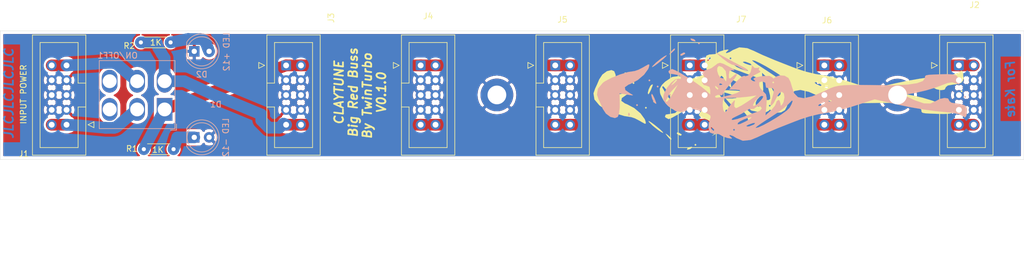
<source format=kicad_pcb>
(kicad_pcb (version 20171130) (host pcbnew "(5.1.7)-1")
  (layers (0 F.Cu signal) (31 B.Cu signal) (34 B.Paste user) (35 F.Paste user) (36 B.SilkS user) (37 F.SilkS user) (38 B.Mask user) (39 F.Mask user) (44 Edge.Cuts user))
  (net 0 "")
  (net 1 "Net-(D1-Pad1)")
  (net 2 GND)
  (net 3 "Net-(D2-Pad2)")
  (net 4 -12)
  (net 5 +12)
  (net 6 +12s)
  (net 7 -12s)
  (net 8 "Net-(ON/OFF1-Pad3)")
  (net 9 "Net-(ON/OFF1-Pad6)")
  (module ROBSLIBRARY:Girl7 (layer F.Cu) (at 229.57 146.73 90)
    (fp_text reference GIJO hide)
    (fp_text value LOGO hide)
  )
  (module ROBSLIBRARY:Girl7 (layer B.Cu) (at 230.17 147.33 270)
    (fp_text reference GIJO1 hide)
    (fp_text value LOGO hide)
  )
  (module MountingHole:MountingHole_3.2mm_M3_DIN965_Pad (layer F.Cu) (at 181.35 147.18)
    (fp_text reference H2 hide)
    (fp_text value MountingHole_Pad)
    (pad 1 thru_hole circle (at 0 0) (size 5.6 5.6) (drill 3.2) (layers *.Cu *.Mask) (net 2 GND))
  )
  (module MountingHole:MountingHole_3.2mm_M3_DIN965_Pad (layer F.Cu) (at 249.84 147.2)
    (fp_text reference H1 hide)
    (fp_text value MountingHole_Pad)
    (pad 1 thru_hole circle (at 0 0) (size 5.6 5.6) (drill 3.2) (layers *.Cu *.Mask) (net 2 GND))
  )
  (module LED_THT:LED_D5.0mm (layer B.Cu) (at 129.62 154.444)
    (fp_text reference D1 (at 3.7 -5.644) (layer B.SilkS) (effects (justify mirror)))
    (fp_text value "LED -12" (at 5.39 0.016 90) (layer B.SilkS) (effects (justify mirror)))
    (pad 1 thru_hole rect (at 0 0) (size 1.8 1.8) (drill 0.9) (layers *.Cu *.Mask) (net 1 "Net-(D1-Pad1)"))
    (pad 2 thru_hole circle (at 2.54 0) (size 1.8 1.8) (drill 0.9) (layers *.Cu *.Mask) (net 2 GND))
  )
  (module LED_THT:LED_D5.0mm (layer B.Cu) (at 129.62 139.712)
    (fp_text reference D2 (at 1.27 3.96) (layer B.SilkS) (effects (justify mirror)))
    (fp_text value "LED +12" (at 5.51 0.088 90) (layer B.SilkS) (effects (justify mirror)))
    (pad 2 thru_hole circle (at 2.54 0) (size 1.8 1.8) (drill 0.9) (layers *.Cu *.Mask) (net 3 "Net-(D2-Pad2)"))
    (pad 1 thru_hole rect (at 0 0) (size 1.8 1.8) (drill 0.9) (layers *.Cu *.Mask) (net 2 GND))
  )
  (module Connector_IDC:IDC-Header_2x05_P2.54mm_Vertical (layer F.Cu) (at 107.79 152.28 180)
    (fp_text reference J1 (at 7.31 -4.99) (layer F.SilkS))
    (fp_text value "INPUT POWER" (at 7.366 5.202 90) (layer F.SilkS))
    (pad 1 thru_hole roundrect (at 0 0 180) (size 1.7 1.7) (drill 1) (layers *.Cu *.Mask) (roundrect_rratio 0.1470588235294118) (net 4 -12))
    (pad 3 thru_hole circle (at 0 2.54 180) (size 1.7 1.7) (drill 1) (layers *.Cu *.Mask) (net 2 GND))
    (pad 5 thru_hole circle (at 0 5.08 180) (size 1.7 1.7) (drill 1) (layers *.Cu *.Mask) (net 2 GND))
    (pad 7 thru_hole circle (at 0 7.62 180) (size 1.7 1.7) (drill 1) (layers *.Cu *.Mask) (net 2 GND))
    (pad 9 thru_hole circle (at 0 10.16 180) (size 1.7 1.7) (drill 1) (layers *.Cu *.Mask) (net 5 +12))
    (pad 2 thru_hole circle (at 2.54 0 180) (size 1.7 1.7) (drill 1) (layers *.Cu *.Mask) (net 4 -12))
    (pad 4 thru_hole circle (at 2.54 2.54 180) (size 1.7 1.7) (drill 1) (layers *.Cu *.Mask) (net 2 GND))
    (pad 6 thru_hole circle (at 2.54 5.08 180) (size 1.7 1.7) (drill 1) (layers *.Cu *.Mask) (net 2 GND))
    (pad 8 thru_hole circle (at 2.54 7.62 180) (size 1.7 1.7) (drill 1) (layers *.Cu *.Mask) (net 2 GND))
    (pad 10 thru_hole circle (at 2.54 10.16 180) (size 1.7 1.7) (drill 1) (layers *.Cu *.Mask) (net 5 +12))
  )
  (module Connector_IDC:IDC-Header_2x05_P2.54mm_Vertical (layer F.Cu) (at 260.32 142.12)
    (fp_text reference J2 (at 2.68 -10.35) (layer F.SilkS))
    (fp_text value Conn_02x05_Odd_Even)
    (pad 10 thru_hole circle (at 2.54 10.16) (size 1.7 1.7) (drill 1) (layers *.Cu *.Mask) (net 6 +12s))
    (pad 8 thru_hole circle (at 2.54 7.62) (size 1.7 1.7) (drill 1) (layers *.Cu *.Mask) (net 2 GND))
    (pad 6 thru_hole circle (at 2.54 5.08) (size 1.7 1.7) (drill 1) (layers *.Cu *.Mask) (net 2 GND))
    (pad 4 thru_hole circle (at 2.54 2.54) (size 1.7 1.7) (drill 1) (layers *.Cu *.Mask) (net 2 GND))
    (pad 2 thru_hole circle (at 2.54 0) (size 1.7 1.7) (drill 1) (layers *.Cu *.Mask) (net 7 -12s))
    (pad 9 thru_hole circle (at 0 10.16) (size 1.7 1.7) (drill 1) (layers *.Cu *.Mask) (net 6 +12s))
    (pad 7 thru_hole circle (at 0 7.62) (size 1.7 1.7) (drill 1) (layers *.Cu *.Mask) (net 2 GND))
    (pad 5 thru_hole circle (at 0 5.08) (size 1.7 1.7) (drill 1) (layers *.Cu *.Mask) (net 2 GND))
    (pad 3 thru_hole circle (at 0 2.54) (size 1.7 1.7) (drill 1) (layers *.Cu *.Mask) (net 2 GND))
    (pad 1 thru_hole roundrect (at 0 0) (size 1.7 1.7) (drill 1) (layers *.Cu *.Mask) (roundrect_rratio 0.1470588235294118) (net 7 -12s))
  )
  (module Connector_IDC:IDC-Header_2x05_P2.54mm_Vertical (layer F.Cu) (at 145.32 142.12)
    (fp_text reference J3 (at 7.69 -8.13 90) (layer F.SilkS))
    (fp_text value Conn_02x05_Odd_Even)
    (pad 1 thru_hole roundrect (at 0 0) (size 1.7 1.7) (drill 1) (layers *.Cu *.Mask) (roundrect_rratio 0.1470588235294118) (net 7 -12s))
    (pad 3 thru_hole circle (at 0 2.54) (size 1.7 1.7) (drill 1) (layers *.Cu *.Mask) (net 2 GND))
    (pad 5 thru_hole circle (at 0 5.08) (size 1.7 1.7) (drill 1) (layers *.Cu *.Mask) (net 2 GND))
    (pad 7 thru_hole circle (at 0 7.62) (size 1.7 1.7) (drill 1) (layers *.Cu *.Mask) (net 2 GND))
    (pad 9 thru_hole circle (at 0 10.16) (size 1.7 1.7) (drill 1) (layers *.Cu *.Mask) (net 6 +12s))
    (pad 2 thru_hole circle (at 2.54 0) (size 1.7 1.7) (drill 1) (layers *.Cu *.Mask) (net 7 -12s))
    (pad 4 thru_hole circle (at 2.54 2.54) (size 1.7 1.7) (drill 1) (layers *.Cu *.Mask) (net 2 GND))
    (pad 6 thru_hole circle (at 2.54 5.08) (size 1.7 1.7) (drill 1) (layers *.Cu *.Mask) (net 2 GND))
    (pad 8 thru_hole circle (at 2.54 7.62) (size 1.7 1.7) (drill 1) (layers *.Cu *.Mask) (net 2 GND))
    (pad 10 thru_hole circle (at 2.54 10.16) (size 1.7 1.7) (drill 1) (layers *.Cu *.Mask) (net 6 +12s))
  )
  (module Connector_IDC:IDC-Header_2x05_P2.54mm_Vertical (layer F.Cu) (at 168.32 142.12)
    (fp_text reference J4 (at 1.28 -8.43) (layer F.SilkS))
    (fp_text value Conn_02x05_Odd_Even)
    (pad 10 thru_hole circle (at 2.54 10.16) (size 1.7 1.7) (drill 1) (layers *.Cu *.Mask) (net 6 +12s))
    (pad 8 thru_hole circle (at 2.54 7.62) (size 1.7 1.7) (drill 1) (layers *.Cu *.Mask) (net 2 GND))
    (pad 6 thru_hole circle (at 2.54 5.08) (size 1.7 1.7) (drill 1) (layers *.Cu *.Mask) (net 2 GND))
    (pad 4 thru_hole circle (at 2.54 2.54) (size 1.7 1.7) (drill 1) (layers *.Cu *.Mask) (net 2 GND))
    (pad 2 thru_hole circle (at 2.54 0) (size 1.7 1.7) (drill 1) (layers *.Cu *.Mask) (net 7 -12s))
    (pad 9 thru_hole circle (at 0 10.16) (size 1.7 1.7) (drill 1) (layers *.Cu *.Mask) (net 6 +12s))
    (pad 7 thru_hole circle (at 0 7.62) (size 1.7 1.7) (drill 1) (layers *.Cu *.Mask) (net 2 GND))
    (pad 5 thru_hole circle (at 0 5.08) (size 1.7 1.7) (drill 1) (layers *.Cu *.Mask) (net 2 GND))
    (pad 3 thru_hole circle (at 0 2.54) (size 1.7 1.7) (drill 1) (layers *.Cu *.Mask) (net 2 GND))
    (pad 1 thru_hole roundrect (at 0 0) (size 1.7 1.7) (drill 1) (layers *.Cu *.Mask) (roundrect_rratio 0.1470588235294118) (net 7 -12s))
  )
  (module Connector_IDC:IDC-Header_2x05_P2.54mm_Vertical (layer F.Cu) (at 191.32 142.12)
    (fp_text reference J5 (at 1.24 -7.84) (layer F.SilkS))
    (fp_text value Conn_02x05_Odd_Even)
    (pad 1 thru_hole roundrect (at 0 0) (size 1.7 1.7) (drill 1) (layers *.Cu *.Mask) (roundrect_rratio 0.1470588235294118) (net 7 -12s))
    (pad 3 thru_hole circle (at 0 2.54) (size 1.7 1.7) (drill 1) (layers *.Cu *.Mask) (net 2 GND))
    (pad 5 thru_hole circle (at 0 5.08) (size 1.7 1.7) (drill 1) (layers *.Cu *.Mask) (net 2 GND))
    (pad 7 thru_hole circle (at 0 7.62) (size 1.7 1.7) (drill 1) (layers *.Cu *.Mask) (net 2 GND))
    (pad 9 thru_hole circle (at 0 10.16) (size 1.7 1.7) (drill 1) (layers *.Cu *.Mask) (net 6 +12s))
    (pad 2 thru_hole circle (at 2.54 0) (size 1.7 1.7) (drill 1) (layers *.Cu *.Mask) (net 7 -12s))
    (pad 4 thru_hole circle (at 2.54 2.54) (size 1.7 1.7) (drill 1) (layers *.Cu *.Mask) (net 2 GND))
    (pad 6 thru_hole circle (at 2.54 5.08) (size 1.7 1.7) (drill 1) (layers *.Cu *.Mask) (net 2 GND))
    (pad 8 thru_hole circle (at 2.54 7.62) (size 1.7 1.7) (drill 1) (layers *.Cu *.Mask) (net 2 GND))
    (pad 10 thru_hole circle (at 2.54 10.16) (size 1.7 1.7) (drill 1) (layers *.Cu *.Mask) (net 6 +12s))
  )
  (module Connector_IDC:IDC-Header_2x05_P2.54mm_Vertical (layer F.Cu) (at 237.32 142.12)
    (fp_text reference J6 (at 0.46 -7.71) (layer F.SilkS))
    (fp_text value Conn_02x05_Odd_Even)
    (pad 10 thru_hole circle (at 2.54 10.16) (size 1.7 1.7) (drill 1) (layers *.Cu *.Mask) (net 6 +12s))
    (pad 8 thru_hole circle (at 2.54 7.62) (size 1.7 1.7) (drill 1) (layers *.Cu *.Mask) (net 2 GND))
    (pad 6 thru_hole circle (at 2.54 5.08) (size 1.7 1.7) (drill 1) (layers *.Cu *.Mask) (net 2 GND))
    (pad 4 thru_hole circle (at 2.54 2.54) (size 1.7 1.7) (drill 1) (layers *.Cu *.Mask) (net 2 GND))
    (pad 2 thru_hole circle (at 2.54 0) (size 1.7 1.7) (drill 1) (layers *.Cu *.Mask) (net 7 -12s))
    (pad 9 thru_hole circle (at 0 10.16) (size 1.7 1.7) (drill 1) (layers *.Cu *.Mask) (net 6 +12s))
    (pad 7 thru_hole circle (at 0 7.62) (size 1.7 1.7) (drill 1) (layers *.Cu *.Mask) (net 2 GND))
    (pad 5 thru_hole circle (at 0 5.08) (size 1.7 1.7) (drill 1) (layers *.Cu *.Mask) (net 2 GND))
    (pad 3 thru_hole circle (at 0 2.54) (size 1.7 1.7) (drill 1) (layers *.Cu *.Mask) (net 2 GND))
    (pad 1 thru_hole roundrect (at 0 0) (size 1.7 1.7) (drill 1) (layers *.Cu *.Mask) (roundrect_rratio 0.1470588235294118) (net 7 -12s))
  )
  (module Connector_IDC:IDC-Header_2x05_P2.54mm_Vertical (layer F.Cu) (at 214.32 142.12)
    (fp_text reference J7 (at 8.8 -7.89) (layer F.SilkS))
    (fp_text value Conn_02x05_Odd_Even)
    (pad 1 thru_hole roundrect (at 0 0) (size 1.7 1.7) (drill 1) (layers *.Cu *.Mask) (roundrect_rratio 0.1470588235294118) (net 7 -12s))
    (pad 3 thru_hole circle (at 0 2.54) (size 1.7 1.7) (drill 1) (layers *.Cu *.Mask) (net 2 GND))
    (pad 5 thru_hole circle (at 0 5.08) (size 1.7 1.7) (drill 1) (layers *.Cu *.Mask) (net 2 GND))
    (pad 7 thru_hole circle (at 0 7.62) (size 1.7 1.7) (drill 1) (layers *.Cu *.Mask) (net 2 GND))
    (pad 9 thru_hole circle (at 0 10.16) (size 1.7 1.7) (drill 1) (layers *.Cu *.Mask) (net 6 +12s))
    (pad 2 thru_hole circle (at 2.54 0) (size 1.7 1.7) (drill 1) (layers *.Cu *.Mask) (net 7 -12s))
    (pad 4 thru_hole circle (at 2.54 2.54) (size 1.7 1.7) (drill 1) (layers *.Cu *.Mask) (net 2 GND))
    (pad 6 thru_hole circle (at 2.54 5.08) (size 1.7 1.7) (drill 1) (layers *.Cu *.Mask) (net 2 GND))
    (pad 8 thru_hole circle (at 2.54 7.62) (size 1.7 1.7) (drill 1) (layers *.Cu *.Mask) (net 2 GND))
    (pad 10 thru_hole circle (at 2.54 10.16) (size 1.7 1.7) (drill 1) (layers *.Cu *.Mask) (net 6 +12s))
  )
  (module RobsFoots:SW_CK_Lever_DPDT_72xx_CircularHoles (layer B.Cu) (at 124.554 149.662 90)
    (fp_text reference ON/OFF1 (at 9.232 -8.034 180) (layer B.SilkS) (effects (justify mirror)))
    (fp_text value SW_DPST)
    (pad 1 thru_hole rect (at 0 0 90) (size 3.9 2.67) (drill 2.37) (layers *.Cu *.Mask) (net 7 -12s))
    (pad 2 thru_hole oval (at 0 -4.7 90) (size 3.9 2.67) (drill 2.37) (layers *.Cu *.Mask) (net 4 -12))
    (pad 3 thru_hole oval (at 0 -9.4 90) (size 3.9 2.67) (drill 2.37) (layers *.Cu *.Mask) (net 8 "Net-(ON/OFF1-Pad3)"))
    (pad 5 thru_hole oval (at 4.83 -4.7 90) (size 3.9 2.67) (drill 2.37) (layers *.Cu *.Mask) (net 5 +12))
    (pad 6 thru_hole oval (at 4.83 -9.4 90) (size 3.9 2.67) (drill 2.37) (layers *.Cu *.Mask) (net 9 "Net-(ON/OFF1-Pad6)"))
    (pad 4 thru_hole oval (at 4.83 0 90) (size 3.9 2.67) (drill 2.37) (layers *.Cu *.Mask) (net 6 +12s))
  )
  (module Resistor_THT:R_Axial_DIN0204_L3.6mm_D1.6mm_P5.08mm_Horizontal (layer F.Cu) (at 120.998 156.476)
    (fp_text reference R1 (at -2.048 -0.086) (layer F.SilkS))
    (fp_text value 1K (at 2.392 0.094) (layer F.SilkS))
    (pad 1 thru_hole circle (at 0 0) (size 1.4 1.4) (drill 0.7) (layers *.Cu *.Mask) (net 7 -12s))
    (pad 2 thru_hole oval (at 5.08 0) (size 1.4 1.4) (drill 0.7) (layers *.Cu *.Mask) (net 1 "Net-(D1-Pad1)"))
  )
  (module Resistor_THT:R_Axial_DIN0204_L3.6mm_D1.6mm_P5.08mm_Horizontal (layer F.Cu) (at 125.57 138.188 180)
    (fp_text reference R2 (at 7.05 -0.582) (layer F.SilkS))
    (fp_text value 1K (at 2.52 -0.012) (layer F.SilkS))
    (pad 2 thru_hole oval (at 5.08 0 180) (size 1.4 1.4) (drill 0.7) (layers *.Cu *.Mask) (net 6 +12s))
    (pad 1 thru_hole circle (at 0 0 180) (size 1.4 1.4) (drill 0.7) (layers *.Cu *.Mask) (net 3 "Net-(D2-Pad2)"))
  )
  (gr_text "For Kate" (at 269.11 146.13 90) (layer B.Cu) (effects (font (size 1.5 1.5) (thickness 0.3) italic) (justify mirror)))
  (gr_text "CLAYTUNE\nBig Red Buss\nBy TwinTurbo \nV0.1.0" (at 157.98 146.76 90) (layer F.SilkS) (effects (font (size 1.5 1.5) (thickness 0.3) italic)))
  (gr_text JLCJLCJLCJLC (at 97.94 146.91 90) (layer B.Cu) (effects (font (size 1.5 1.5) (thickness 0.3) italic)))
  (gr_line (start 271.44 136.21) (end 271.44 158.21) (layer Edge.Cuts) (width 0.05))
  (gr_line (start 96.44 158.21) (end 271.44 158.21) (layer Edge.Cuts) (width 0.05))
  (gr_line (start 96.44 136.21) (end 96.44 158.21) (layer Edge.Cuts) (width 0.05))
  (gr_line (start 96.44 136.21) (end 271.44 136.21) (layer Edge.Cuts) (width 0.05))
  (segment (start 129.62 154.444) (end 126.72 154.444) (width 2) (layer B.Cu) (net 1))
  (segment (start 126.72 154.444) (end 126.2222 156.0581) (width 2) (layer B.Cu) (net 1))
  (segment (start 126.2222 156.0581) (end 126.078 156.476) (width 2) (layer B.Cu) (net 1))
  (segment (start 125.57 138.188) (end 127.2448 137.8477) (width 2) (layer B.Cu) (net 3))
  (segment (start 127.2448 137.8477) (end 128.4731 137.6293) (width 2) (layer B.Cu) (net 3))
  (segment (start 128.4731 137.6293) (end 128.6051 137.6118) (width 2) (layer B.Cu) (net 3))
  (segment (start 128.6051 137.6118) (end 128.6062 137.6117) (width 2) (layer B.Cu) (net 3))
  (segment (start 128.6062 137.6117) (end 130.6239 137.6117) (width 2) (layer B.Cu) (net 3))
  (segment (start 130.6239 137.6117) (end 130.7284 137.622) (width 2) (layer B.Cu) (net 3))
  (segment (start 130.7284 137.622) (end 130.8167 137.6396) (width 2) (layer B.Cu) (net 3))
  (segment (start 130.8167 137.6396) (end 130.9468 137.6791) (width 2) (layer B.Cu) (net 3))
  (segment (start 130.9468 137.6791) (end 131.0256 137.7117) (width 2) (layer B.Cu) (net 3))
  (segment (start 131.0256 137.7117) (end 131.1454 137.7757) (width 2) (layer B.Cu) (net 3))
  (segment (start 131.1454 137.7757) (end 131.1995 137.8118) (width 2) (layer B.Cu) (net 3))
  (segment (start 131.1995 137.8118) (end 131.2991 137.8936) (width 2) (layer B.Cu) (net 3))
  (segment (start 131.2991 137.8936) (end 131.4438 138.0383) (width 2) (layer B.Cu) (net 3))
  (segment (start 131.4438 138.0383) (end 131.4792 138.0815) (width 2) (layer B.Cu) (net 3))
  (segment (start 131.4792 138.0815) (end 131.536 138.1579) (width 2) (layer B.Cu) (net 3))
  (segment (start 131.536 138.1579) (end 131.5821 138.2348) (width 2) (layer B.Cu) (net 3))
  (segment (start 131.5821 138.2348) (end 131.6212 138.3081) (width 2) (layer B.Cu) (net 3))
  (segment (start 131.6212 138.3081) (end 131.6522 138.383) (width 2) (layer B.Cu) (net 3))
  (segment (start 131.6522 138.383) (end 131.9702 139.2393) (width 2) (layer B.Cu) (net 3))
  (segment (start 131.9702 139.2393) (end 132.16 139.712) (width 2) (layer B.Cu) (net 3))
  (segment (start 107.79 152.28) (end 105.25 152.28) (width 2) (layer F.Cu) (net 4))
  (segment (start 107.79 152.28) (end 107.8678 152.288) (width 2) (layer B.Cu) (net 4))
  (segment (start 107.8678 152.288) (end 110.2404 152.4153) (width 2) (layer B.Cu) (net 4))
  (segment (start 110.2404 152.4153) (end 114.4882 152.8123) (width 2) (layer B.Cu) (net 4))
  (segment (start 114.4882 152.8123) (end 115.8045 152.8123) (width 2) (layer B.Cu) (net 4))
  (segment (start 115.8045 152.8123) (end 115.9109 152.8018) (width 2) (layer B.Cu) (net 4))
  (segment (start 115.9109 152.8018) (end 116.0291 152.7783) (width 2) (layer B.Cu) (net 4))
  (segment (start 116.0291 152.7783) (end 116.1052 152.7552) (width 2) (layer B.Cu) (net 4))
  (segment (start 116.1052 152.7552) (end 116.2333 152.7021) (width 2) (layer B.Cu) (net 4))
  (segment (start 116.2333 152.7021) (end 116.2719 152.6815) (width 2) (layer B.Cu) (net 4))
  (segment (start 116.2719 152.6815) (end 116.3569 152.6306) (width 2) (layer B.Cu) (net 4))
  (segment (start 116.3569 152.6306) (end 116.463 152.5519) (width 2) (layer B.Cu) (net 4))
  (segment (start 116.463 152.5519) (end 116.473 152.5436) (width 2) (layer B.Cu) (net 4))
  (segment (start 116.473 152.5436) (end 118.505 150.766) (width 2) (layer B.Cu) (net 4))
  (segment (start 118.505 150.766) (end 119.854 149.662) (width 2) (layer B.Cu) (net 4))
  (segment (start 107.79 142.12) (end 105.25 142.12) (width 2) (layer F.Cu) (net 5))
  (segment (start 107.79 142.12) (end 107.7904 142.12) (width 2) (layer B.Cu) (net 5))
  (segment (start 107.7904 142.12) (end 112.7075 141.841) (width 2) (layer B.Cu) (net 5))
  (segment (start 112.7075 141.841) (end 114.4799 141.6817) (width 2) (layer B.Cu) (net 5))
  (segment (start 114.4799 141.6817) (end 115.8045 141.6817) (width 2) (layer B.Cu) (net 5))
  (segment (start 115.8045 141.6817) (end 115.9109 141.6922) (width 2) (layer B.Cu) (net 5))
  (segment (start 115.9109 141.6922) (end 116.0291 141.7157) (width 2) (layer B.Cu) (net 5))
  (segment (start 116.0291 141.7157) (end 116.1052 141.7388) (width 2) (layer B.Cu) (net 5))
  (segment (start 116.1052 141.7388) (end 116.2333 141.7919) (width 2) (layer B.Cu) (net 5))
  (segment (start 116.2333 141.7919) (end 116.2719 141.8125) (width 2) (layer B.Cu) (net 5))
  (segment (start 116.2719 141.8125) (end 116.3569 141.8634) (width 2) (layer B.Cu) (net 5))
  (segment (start 116.3569 141.8634) (end 116.4604 141.9403) (width 2) (layer B.Cu) (net 5))
  (segment (start 116.4604 141.9403) (end 116.4744 141.9517) (width 2) (layer B.Cu) (net 5))
  (segment (start 116.4744 141.9517) (end 118.5714 143.771) (width 2) (layer B.Cu) (net 5))
  (segment (start 118.5714 143.771) (end 119.854 144.832) (width 2) (layer B.Cu) (net 5))
  (segment (start 124.554 140.882) (end 124.5538 140.8816) (width 2) (layer B.Cu) (net 6))
  (segment (start 124.5538 140.8816) (end 124.0277 140.0574) (width 2) (layer B.Cu) (net 6))
  (segment (start 124.0277 140.0574) (end 123.5257 139.2113) (width 2) (layer B.Cu) (net 6))
  (segment (start 123.5257 139.2113) (end 123.4927 139.1513) (width 2) (layer B.Cu) (net 6))
  (segment (start 123.4927 139.1513) (end 123.4451 139.0494) (width 2) (layer B.Cu) (net 6))
  (segment (start 123.4451 139.0494) (end 123.4174 138.9695) (width 2) (layer B.Cu) (net 6))
  (segment (start 123.4174 138.9695) (end 123.1901 138.1883) (width 2) (layer B.Cu) (net 6))
  (segment (start 123.1901 138.1883) (end 123.19 138.1881) (width 2) (layer B.Cu) (net 6))
  (segment (start 123.19 138.1881) (end 123.19 138.188) (width 2) (layer B.Cu) (net 6))
  (segment (start 145.32 152.28) (end 147.86 152.28) (width 2) (layer F.Cu) (net 6))
  (segment (start 170.86 152.28) (end 191.32 152.28) (width 2) (layer F.Cu) (net 6))
  (segment (start 170.86 152.28) (end 168.32 152.28) (width 2) (layer F.Cu) (net 6))
  (segment (start 191.32 152.28) (end 193.86 152.28) (width 2) (layer F.Cu) (net 6))
  (segment (start 193.86 152.28) (end 214.32 152.28) (width 2) (layer F.Cu) (net 6))
  (segment (start 214.32 152.28) (end 216.86 152.28) (width 2) (layer F.Cu) (net 6))
  (segment (start 239.86 152.28) (end 260.32 152.28) (width 2) (layer F.Cu) (net 6))
  (segment (start 239.86 152.28) (end 237.32 152.28) (width 2) (layer F.Cu) (net 6))
  (segment (start 262.86 152.28) (end 260.32 152.28) (width 2) (layer F.Cu) (net 6))
  (segment (start 147.86 152.28) (end 168.32 152.28) (width 2) (layer F.Cu) (net 6))
  (segment (start 216.86 152.28) (end 237.32 152.28) (width 2) (layer F.Cu) (net 6))
  (segment (start 145.32 152.28) (end 144.875 152.0956) (width 2) (layer B.Cu) (net 6))
  (segment (start 144.875 152.0956) (end 144.1811 152.7895) (width 2) (layer B.Cu) (net 6))
  (segment (start 144.1811 152.7895) (end 142.3583 152.7895) (width 2) (layer B.Cu) (net 6))
  (segment (start 142.3583 152.7895) (end 141.0694 151.5006) (width 2) (layer B.Cu) (net 6))
  (segment (start 141.0694 151.5006) (end 141.0694 150.5185) (width 2) (layer B.Cu) (net 6))
  (segment (start 141.0694 150.5185) (end 132.8429 147.1094) (width 2) (layer B.Cu) (net 6))
  (segment (start 132.8429 147.1094) (end 127.889 144.832) (width 2) (layer B.Cu) (net 6))
  (segment (start 124.554 144.832) (end 127.889 144.832) (width 2) (layer B.Cu) (net 6))
  (segment (start 120.49 138.188) (end 123.19 138.188) (width 2) (layer B.Cu) (net 6))
  (segment (start 124.554 144.832) (end 124.554 140.882) (width 2) (layer B.Cu) (net 6))
  (segment (start 145.32 142.12) (end 147.86 142.12) (width 2) (layer F.Cu) (net 7))
  (segment (start 170.86 142.12) (end 191.32 142.12) (width 2) (layer F.Cu) (net 7))
  (segment (start 170.86 142.12) (end 168.32 142.12) (width 2) (layer F.Cu) (net 7))
  (segment (start 191.32 142.12) (end 193.86 142.12) (width 2) (layer F.Cu) (net 7))
  (segment (start 193.86 142.12) (end 214.32 142.12) (width 2) (layer F.Cu) (net 7))
  (segment (start 214.32 142.12) (end 216.86 142.12) (width 2) (layer F.Cu) (net 7))
  (segment (start 239.86 142.12) (end 260.32 142.12) (width 2) (layer F.Cu) (net 7))
  (segment (start 239.86 142.12) (end 237.32 142.12) (width 2) (layer F.Cu) (net 7))
  (segment (start 262.86 142.12) (end 260.32 142.12) (width 2) (layer F.Cu) (net 7))
  (segment (start 147.86 142.12) (end 168.32 142.12) (width 2) (layer F.Cu) (net 7))
  (segment (start 216.86 142.12) (end 237.32 142.12) (width 2) (layer F.Cu) (net 7))
  (segment (start 124.554 149.662) (end 121.3824 155.672) (width 2) (layer B.Cu) (net 7))
  (segment (start 121.3824 155.672) (end 120.998 156.476) (width 2) (layer B.Cu) (net 7))
  (segment (start 124.554 149.047) (end 124.554 149.662) (width 2) (layer F.Cu) (net 7))
  (segment (start 145.32 142.12) (end 124.554 149.662) (width 2) (layer F.Cu) (net 7))
  (zone (net 2) (net_name GND) (layer F.Cu) (connect_pads (clearance 0.508)) (min_thickness 0.254) (fill yes (arc_segments 32) (thermal_gap 0.508) (thermal_bridge_width 0.508))
    (polygon (pts (xy 271.26 136.36) (xy 271.35 158.14) (xy 96.51 158.14) (xy 96.5 136.3) (xy 96.51 136.3)))
  )
  (zone (net 2) (net_name GND) (layer B.Cu) (connect_pads (clearance 0.508)) (min_thickness 0.254) (fill yes (arc_segments 32) (thermal_gap 0.508) (thermal_bridge_width 0.508))
    (polygon (pts (xy 271.26 136.36) (xy 271.35 158.14) (xy 96.51 158.14) (xy 96.5 136.3) (xy 96.51 136.3)))
  )
)
</source>
